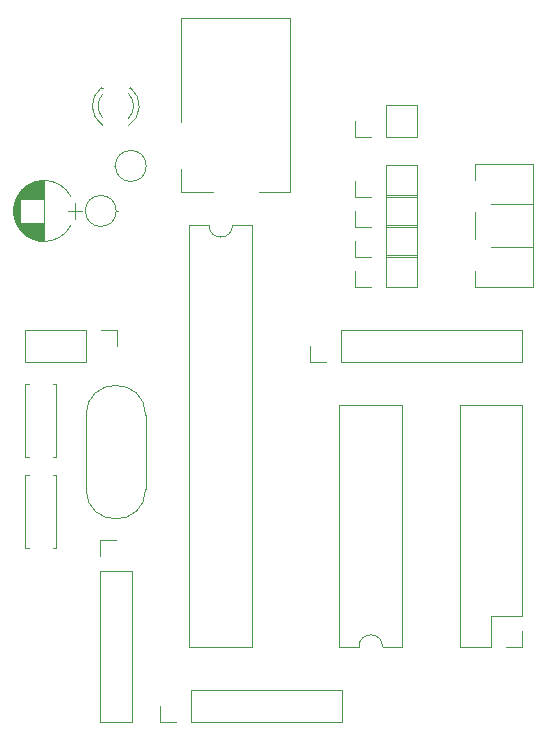
<source format=gto>
G04 #@! TF.FileFunction,Legend,Top*
%FSLAX46Y46*%
G04 Gerber Fmt 4.6, Leading zero omitted, Abs format (unit mm)*
G04 Created by KiCad (PCBNEW 4.0.7) date Tuesday, February 20, 2018 'PMt' 03:02:02 PM*
%MOMM*%
%LPD*%
G01*
G04 APERTURE LIST*
%ADD10C,0.100000*%
%ADD11C,0.120000*%
%ADD12R,1.600000X1.600000*%
%ADD13O,1.600000X1.600000*%
%ADD14C,1.600000*%
%ADD15R,1.700000X1.700000*%
%ADD16O,1.700000X1.700000*%
%ADD17R,3.500000X3.500000*%
%ADD18C,2.340000*%
%ADD19C,1.500000*%
%ADD20C,3.200000*%
%ADD21R,1.800000X1.800000*%
%ADD22C,1.800000*%
G04 APERTURE END LIST*
D10*
D11*
X102600000Y-83760000D02*
G75*
G02X100600000Y-83760000I-1000000J0D01*
G01*
X100600000Y-83760000D02*
X98950000Y-83760000D01*
X98950000Y-83760000D02*
X98950000Y-119440000D01*
X98950000Y-119440000D02*
X104250000Y-119440000D01*
X104250000Y-119440000D02*
X104250000Y-83760000D01*
X104250000Y-83760000D02*
X102600000Y-83760000D01*
X87670000Y-97230000D02*
X87670000Y-103350000D01*
X85050000Y-97230000D02*
X85050000Y-103350000D01*
X87670000Y-97230000D02*
X87356000Y-97230000D01*
X85364000Y-97230000D02*
X85050000Y-97230000D01*
X87670000Y-103350000D02*
X87356000Y-103350000D01*
X85364000Y-103350000D02*
X85050000Y-103350000D01*
X85050000Y-111050000D02*
X85050000Y-104930000D01*
X87670000Y-111050000D02*
X87670000Y-104930000D01*
X85050000Y-111050000D02*
X85364000Y-111050000D01*
X87356000Y-111050000D02*
X87670000Y-111050000D01*
X85050000Y-104930000D02*
X85364000Y-104930000D01*
X87356000Y-104930000D02*
X87670000Y-104930000D01*
X118170000Y-88960000D02*
X118170000Y-86300000D01*
X115570000Y-88960000D02*
X118170000Y-88960000D01*
X115570000Y-86300000D02*
X118170000Y-86300000D01*
X115570000Y-88960000D02*
X115570000Y-86300000D01*
X114300000Y-88960000D02*
X112970000Y-88960000D01*
X112970000Y-88960000D02*
X112970000Y-87630000D01*
X118170000Y-86420000D02*
X118170000Y-83760000D01*
X115570000Y-86420000D02*
X118170000Y-86420000D01*
X115570000Y-83760000D02*
X118170000Y-83760000D01*
X115570000Y-86420000D02*
X115570000Y-83760000D01*
X114300000Y-86420000D02*
X112970000Y-86420000D01*
X112970000Y-86420000D02*
X112970000Y-85090000D01*
X118170000Y-83880000D02*
X118170000Y-81220000D01*
X115570000Y-83880000D02*
X118170000Y-83880000D01*
X115570000Y-81220000D02*
X118170000Y-81220000D01*
X115570000Y-83880000D02*
X115570000Y-81220000D01*
X114300000Y-83880000D02*
X112970000Y-83880000D01*
X112970000Y-83880000D02*
X112970000Y-82550000D01*
X98270000Y-75010000D02*
X98270000Y-66210000D01*
X98270000Y-66210000D02*
X107470000Y-66210000D01*
X100970000Y-80910000D02*
X98270000Y-80910000D01*
X98270000Y-80910000D02*
X98270000Y-79010000D01*
X107470000Y-66210000D02*
X107470000Y-80910000D01*
X107470000Y-80910000D02*
X104870000Y-80910000D01*
X127060000Y-99000000D02*
X121860000Y-99000000D01*
X127060000Y-116840000D02*
X127060000Y-99000000D01*
X121860000Y-119440000D02*
X121860000Y-99000000D01*
X127060000Y-116840000D02*
X124460000Y-116840000D01*
X124460000Y-116840000D02*
X124460000Y-119440000D01*
X124460000Y-119440000D02*
X121860000Y-119440000D01*
X127060000Y-118110000D02*
X127060000Y-119440000D01*
X127060000Y-119440000D02*
X125730000Y-119440000D01*
X118170000Y-81340000D02*
X118170000Y-78680000D01*
X115570000Y-81340000D02*
X118170000Y-81340000D01*
X115570000Y-78680000D02*
X118170000Y-78680000D01*
X115570000Y-81340000D02*
X115570000Y-78680000D01*
X114300000Y-81340000D02*
X112970000Y-81340000D01*
X112970000Y-81340000D02*
X112970000Y-80010000D01*
X111820000Y-125790000D02*
X111820000Y-123130000D01*
X99060000Y-125790000D02*
X111820000Y-125790000D01*
X99060000Y-123130000D02*
X111820000Y-123130000D01*
X99060000Y-125790000D02*
X99060000Y-123130000D01*
X97790000Y-125790000D02*
X96460000Y-125790000D01*
X96460000Y-125790000D02*
X96460000Y-124460000D01*
X123129000Y-78569000D02*
X128050000Y-78569000D01*
X123129000Y-88990000D02*
X128050000Y-88990000D01*
X128050000Y-78569000D02*
X128050000Y-88990000D01*
X123129000Y-87645000D02*
X123129000Y-88990000D01*
X123129000Y-78569000D02*
X123129000Y-79915000D01*
X123129000Y-82645000D02*
X123129000Y-84915000D01*
X124513000Y-81970000D02*
X128050000Y-81970000D01*
X124513000Y-85590000D02*
X128050000Y-85590000D01*
X123129000Y-82645000D02*
X123129000Y-84915000D01*
X128050000Y-81970000D02*
X128050000Y-85590000D01*
X113300000Y-119440000D02*
G75*
G02X115300000Y-119440000I1000000J0D01*
G01*
X115300000Y-119440000D02*
X116950000Y-119440000D01*
X116950000Y-119440000D02*
X116950000Y-99000000D01*
X116950000Y-99000000D02*
X111650000Y-99000000D01*
X111650000Y-99000000D02*
X111650000Y-119440000D01*
X111650000Y-119440000D02*
X113300000Y-119440000D01*
X127060000Y-95310000D02*
X127060000Y-92650000D01*
X111760000Y-95310000D02*
X127060000Y-95310000D01*
X111760000Y-92650000D02*
X127060000Y-92650000D01*
X111760000Y-95310000D02*
X111760000Y-92650000D01*
X110490000Y-95310000D02*
X109160000Y-95310000D01*
X109160000Y-95310000D02*
X109160000Y-93980000D01*
X90185000Y-106095000D02*
X90185000Y-99845000D01*
X95235000Y-106095000D02*
X95235000Y-99845000D01*
X95235000Y-106095000D02*
G75*
G02X90185000Y-106095000I-2525000J0D01*
G01*
X95235000Y-99845000D02*
G75*
G03X90185000Y-99845000I-2525000J0D01*
G01*
X91380000Y-125790000D02*
X94040000Y-125790000D01*
X91380000Y-113030000D02*
X91380000Y-125790000D01*
X94040000Y-113030000D02*
X94040000Y-125790000D01*
X91380000Y-113030000D02*
X94040000Y-113030000D01*
X91380000Y-111760000D02*
X91380000Y-110430000D01*
X91380000Y-110430000D02*
X92710000Y-110430000D01*
X85030000Y-92650000D02*
X85030000Y-95310000D01*
X90170000Y-92650000D02*
X85030000Y-92650000D01*
X90170000Y-95310000D02*
X85030000Y-95310000D01*
X90170000Y-92650000D02*
X90170000Y-95310000D01*
X91440000Y-92650000D02*
X92770000Y-92650000D01*
X92770000Y-92650000D02*
X92770000Y-93980000D01*
X93788608Y-75332335D02*
G75*
G03X93945516Y-72100000I-1078608J1672335D01*
G01*
X91631392Y-75332335D02*
G75*
G02X91474484Y-72100000I1078608J1672335D01*
G01*
X93789837Y-74701130D02*
G75*
G03X93790000Y-72619039I-1079837J1041130D01*
G01*
X91630163Y-74701130D02*
G75*
G02X91630000Y-72619039I1079837J1041130D01*
G01*
X93946000Y-72100000D02*
X93790000Y-72100000D01*
X91630000Y-72100000D02*
X91474000Y-72100000D01*
X118170000Y-76260000D02*
X118170000Y-73600000D01*
X115570000Y-76260000D02*
X118170000Y-76260000D01*
X115570000Y-73600000D02*
X118170000Y-73600000D01*
X115570000Y-76260000D02*
X115570000Y-73600000D01*
X114300000Y-76260000D02*
X112970000Y-76260000D01*
X112970000Y-76260000D02*
X112970000Y-74930000D01*
X95290000Y-78740000D02*
G75*
G03X95290000Y-78740000I-1310000J0D01*
G01*
X92670000Y-78740000D02*
X92540000Y-78740000D01*
X84324278Y-83729723D02*
G75*
G03X88935580Y-83730000I2305722J1179723D01*
G01*
X84324278Y-81370277D02*
G75*
G02X88935580Y-81370000I2305722J-1179723D01*
G01*
X84324278Y-81370277D02*
G75*
G03X84324420Y-83730000I2305722J-1179723D01*
G01*
X86630000Y-85100000D02*
X86630000Y-80000000D01*
X86590000Y-85100000D02*
X86590000Y-83530000D01*
X86590000Y-81570000D02*
X86590000Y-80000000D01*
X86550000Y-85099000D02*
X86550000Y-83530000D01*
X86550000Y-81570000D02*
X86550000Y-80001000D01*
X86510000Y-85098000D02*
X86510000Y-83530000D01*
X86510000Y-81570000D02*
X86510000Y-80002000D01*
X86470000Y-85096000D02*
X86470000Y-83530000D01*
X86470000Y-81570000D02*
X86470000Y-80004000D01*
X86430000Y-85093000D02*
X86430000Y-83530000D01*
X86430000Y-81570000D02*
X86430000Y-80007000D01*
X86390000Y-85089000D02*
X86390000Y-83530000D01*
X86390000Y-81570000D02*
X86390000Y-80011000D01*
X86350000Y-85085000D02*
X86350000Y-83530000D01*
X86350000Y-81570000D02*
X86350000Y-80015000D01*
X86310000Y-85081000D02*
X86310000Y-83530000D01*
X86310000Y-81570000D02*
X86310000Y-80019000D01*
X86270000Y-85075000D02*
X86270000Y-83530000D01*
X86270000Y-81570000D02*
X86270000Y-80025000D01*
X86230000Y-85069000D02*
X86230000Y-83530000D01*
X86230000Y-81570000D02*
X86230000Y-80031000D01*
X86190000Y-85063000D02*
X86190000Y-83530000D01*
X86190000Y-81570000D02*
X86190000Y-80037000D01*
X86150000Y-85056000D02*
X86150000Y-83530000D01*
X86150000Y-81570000D02*
X86150000Y-80044000D01*
X86110000Y-85048000D02*
X86110000Y-83530000D01*
X86110000Y-81570000D02*
X86110000Y-80052000D01*
X86070000Y-85039000D02*
X86070000Y-83530000D01*
X86070000Y-81570000D02*
X86070000Y-80061000D01*
X86030000Y-85030000D02*
X86030000Y-83530000D01*
X86030000Y-81570000D02*
X86030000Y-80070000D01*
X85990000Y-85020000D02*
X85990000Y-83530000D01*
X85990000Y-81570000D02*
X85990000Y-80080000D01*
X85950000Y-85010000D02*
X85950000Y-83530000D01*
X85950000Y-81570000D02*
X85950000Y-80090000D01*
X85909000Y-84998000D02*
X85909000Y-83530000D01*
X85909000Y-81570000D02*
X85909000Y-80102000D01*
X85869000Y-84986000D02*
X85869000Y-83530000D01*
X85869000Y-81570000D02*
X85869000Y-80114000D01*
X85829000Y-84974000D02*
X85829000Y-83530000D01*
X85829000Y-81570000D02*
X85829000Y-80126000D01*
X85789000Y-84960000D02*
X85789000Y-83530000D01*
X85789000Y-81570000D02*
X85789000Y-80140000D01*
X85749000Y-84946000D02*
X85749000Y-83530000D01*
X85749000Y-81570000D02*
X85749000Y-80154000D01*
X85709000Y-84932000D02*
X85709000Y-83530000D01*
X85709000Y-81570000D02*
X85709000Y-80168000D01*
X85669000Y-84916000D02*
X85669000Y-83530000D01*
X85669000Y-81570000D02*
X85669000Y-80184000D01*
X85629000Y-84900000D02*
X85629000Y-83530000D01*
X85629000Y-81570000D02*
X85629000Y-80200000D01*
X85589000Y-84883000D02*
X85589000Y-83530000D01*
X85589000Y-81570000D02*
X85589000Y-80217000D01*
X85549000Y-84865000D02*
X85549000Y-83530000D01*
X85549000Y-81570000D02*
X85549000Y-80235000D01*
X85509000Y-84846000D02*
X85509000Y-83530000D01*
X85509000Y-81570000D02*
X85509000Y-80254000D01*
X85469000Y-84826000D02*
X85469000Y-83530000D01*
X85469000Y-81570000D02*
X85469000Y-80274000D01*
X85429000Y-84806000D02*
X85429000Y-83530000D01*
X85429000Y-81570000D02*
X85429000Y-80294000D01*
X85389000Y-84784000D02*
X85389000Y-83530000D01*
X85389000Y-81570000D02*
X85389000Y-80316000D01*
X85349000Y-84762000D02*
X85349000Y-83530000D01*
X85349000Y-81570000D02*
X85349000Y-80338000D01*
X85309000Y-84739000D02*
X85309000Y-83530000D01*
X85309000Y-81570000D02*
X85309000Y-80361000D01*
X85269000Y-84715000D02*
X85269000Y-83530000D01*
X85269000Y-81570000D02*
X85269000Y-80385000D01*
X85229000Y-84690000D02*
X85229000Y-83530000D01*
X85229000Y-81570000D02*
X85229000Y-80410000D01*
X85189000Y-84663000D02*
X85189000Y-83530000D01*
X85189000Y-81570000D02*
X85189000Y-80437000D01*
X85149000Y-84636000D02*
X85149000Y-83530000D01*
X85149000Y-81570000D02*
X85149000Y-80464000D01*
X85109000Y-84608000D02*
X85109000Y-83530000D01*
X85109000Y-81570000D02*
X85109000Y-80492000D01*
X85069000Y-84578000D02*
X85069000Y-83530000D01*
X85069000Y-81570000D02*
X85069000Y-80522000D01*
X85029000Y-84547000D02*
X85029000Y-83530000D01*
X85029000Y-81570000D02*
X85029000Y-80553000D01*
X84989000Y-84515000D02*
X84989000Y-83530000D01*
X84989000Y-81570000D02*
X84989000Y-80585000D01*
X84949000Y-84482000D02*
X84949000Y-83530000D01*
X84949000Y-81570000D02*
X84949000Y-80618000D01*
X84909000Y-84447000D02*
X84909000Y-83530000D01*
X84909000Y-81570000D02*
X84909000Y-80653000D01*
X84869000Y-84411000D02*
X84869000Y-83530000D01*
X84869000Y-81570000D02*
X84869000Y-80689000D01*
X84829000Y-84373000D02*
X84829000Y-83530000D01*
X84829000Y-81570000D02*
X84829000Y-80727000D01*
X84789000Y-84333000D02*
X84789000Y-83530000D01*
X84789000Y-81570000D02*
X84789000Y-80767000D01*
X84749000Y-84292000D02*
X84749000Y-83530000D01*
X84749000Y-81570000D02*
X84749000Y-80808000D01*
X84709000Y-84249000D02*
X84709000Y-83530000D01*
X84709000Y-81570000D02*
X84709000Y-80851000D01*
X84669000Y-84204000D02*
X84669000Y-83530000D01*
X84669000Y-81570000D02*
X84669000Y-80896000D01*
X84629000Y-84156000D02*
X84629000Y-80944000D01*
X84589000Y-84106000D02*
X84589000Y-80994000D01*
X84549000Y-84054000D02*
X84549000Y-81046000D01*
X84509000Y-83998000D02*
X84509000Y-81102000D01*
X84469000Y-83940000D02*
X84469000Y-81160000D01*
X84429000Y-83877000D02*
X84429000Y-81223000D01*
X84389000Y-83811000D02*
X84389000Y-81289000D01*
X84349000Y-83739000D02*
X84349000Y-81361000D01*
X84309000Y-83662000D02*
X84309000Y-81438000D01*
X84269000Y-83578000D02*
X84269000Y-81522000D01*
X84229000Y-83484000D02*
X84229000Y-81616000D01*
X84189000Y-83379000D02*
X84189000Y-81721000D01*
X84149000Y-83257000D02*
X84149000Y-81843000D01*
X84109000Y-83109000D02*
X84109000Y-81991000D01*
X84069000Y-82904000D02*
X84069000Y-82196000D01*
X89830000Y-82550000D02*
X88630000Y-82550000D01*
X89230000Y-83200000D02*
X89230000Y-81900000D01*
X92750000Y-82550000D02*
G75*
G03X92750000Y-82550000I-1310000J0D01*
G01*
X92750000Y-82550000D02*
X92880000Y-82550000D01*
%LPC*%
D12*
X97790000Y-85090000D03*
D13*
X105410000Y-118110000D03*
X97790000Y-87630000D03*
X105410000Y-115570000D03*
X97790000Y-90170000D03*
X105410000Y-113030000D03*
X97790000Y-92710000D03*
X105410000Y-110490000D03*
X97790000Y-95250000D03*
X105410000Y-107950000D03*
X97790000Y-97790000D03*
X105410000Y-105410000D03*
X97790000Y-100330000D03*
X105410000Y-102870000D03*
X97790000Y-102870000D03*
X105410000Y-100330000D03*
X97790000Y-105410000D03*
X105410000Y-97790000D03*
X97790000Y-107950000D03*
X105410000Y-95250000D03*
X97790000Y-110490000D03*
X105410000Y-92710000D03*
X97790000Y-113030000D03*
X105410000Y-90170000D03*
X97790000Y-115570000D03*
X105410000Y-87630000D03*
X97790000Y-118110000D03*
X105410000Y-85090000D03*
D14*
X86360000Y-97790000D03*
X86360000Y-102790000D03*
X86360000Y-110490000D03*
X86360000Y-105490000D03*
D15*
X114300000Y-87630000D03*
D16*
X116840000Y-87630000D03*
D15*
X114300000Y-85090000D03*
D16*
X116840000Y-85090000D03*
D15*
X114300000Y-82550000D03*
D16*
X116840000Y-82550000D03*
D17*
X102870000Y-80010000D03*
X102870000Y-74010000D03*
X98170000Y-77010000D03*
D15*
X125730000Y-118110000D03*
D16*
X123190000Y-118110000D03*
X125730000Y-115570000D03*
X123190000Y-115570000D03*
X125730000Y-113030000D03*
X123190000Y-113030000D03*
X125730000Y-110490000D03*
X123190000Y-110490000D03*
X125730000Y-107950000D03*
X123190000Y-107950000D03*
X125730000Y-105410000D03*
X123190000Y-105410000D03*
X125730000Y-102870000D03*
X123190000Y-102870000D03*
X125730000Y-100330000D03*
X123190000Y-100330000D03*
D15*
X114300000Y-80010000D03*
D16*
X116840000Y-80010000D03*
D15*
X97790000Y-124460000D03*
D16*
X100330000Y-124460000D03*
X102870000Y-124460000D03*
X105410000Y-124460000D03*
X107950000Y-124460000D03*
X110490000Y-124460000D03*
D18*
X123190000Y-86280000D03*
X125690000Y-83780000D03*
X123190000Y-81280000D03*
D12*
X118110000Y-118110000D03*
D13*
X110490000Y-100330000D03*
X118110000Y-115570000D03*
X110490000Y-102870000D03*
X118110000Y-113030000D03*
X110490000Y-105410000D03*
X118110000Y-110490000D03*
X110490000Y-107950000D03*
X118110000Y-107950000D03*
X110490000Y-110490000D03*
X118110000Y-105410000D03*
X110490000Y-113030000D03*
X118110000Y-102870000D03*
X110490000Y-115570000D03*
X118110000Y-100330000D03*
X110490000Y-118110000D03*
D15*
X110490000Y-93980000D03*
D16*
X113030000Y-93980000D03*
X115570000Y-93980000D03*
X118110000Y-93980000D03*
X120650000Y-93980000D03*
X123190000Y-93980000D03*
X125730000Y-93980000D03*
D19*
X92710000Y-105410000D03*
X92710000Y-100530000D03*
D15*
X92710000Y-111760000D03*
D16*
X92710000Y-114300000D03*
X92710000Y-116840000D03*
X92710000Y-119380000D03*
X92710000Y-121920000D03*
X92710000Y-124460000D03*
D15*
X91440000Y-93980000D03*
D16*
X88900000Y-93980000D03*
X86360000Y-93980000D03*
D20*
X86360000Y-74930000D03*
X86360000Y-124460000D03*
X125730000Y-124460000D03*
X125730000Y-74930000D03*
D21*
X92710000Y-72390000D03*
D22*
X92710000Y-74930000D03*
D15*
X114300000Y-74930000D03*
D16*
X116840000Y-74930000D03*
D14*
X93980000Y-78740000D03*
D13*
X91440000Y-78740000D03*
D12*
X87630000Y-82550000D03*
D14*
X85630000Y-82550000D03*
X91440000Y-82550000D03*
D13*
X93980000Y-82550000D03*
M02*

</source>
